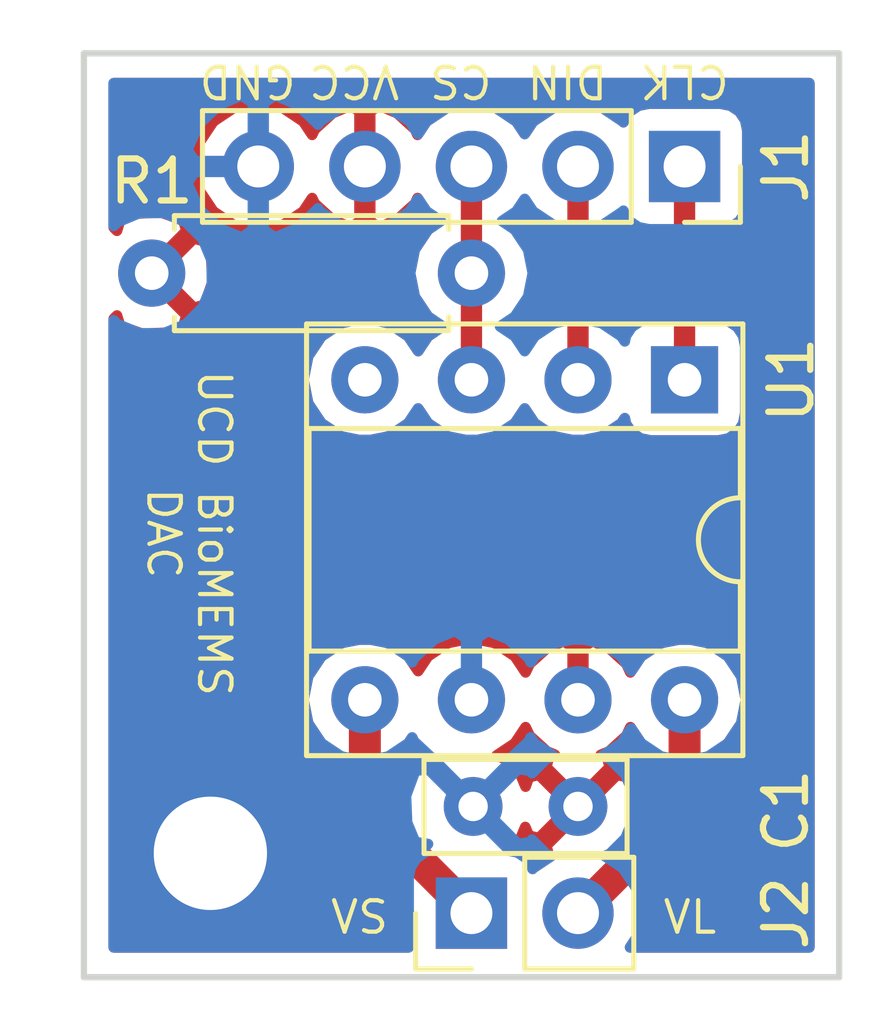
<source format=kicad_pcb>
(kicad_pcb (version 20171130) (host pcbnew "(5.0.0)")

  (general
    (thickness 1.6)
    (drawings 12)
    (tracks 8)
    (zones 0)
    (modules 6)
    (nets 9)
  )

  (page A4)
  (layers
    (0 F.Cu signal)
    (31 B.Cu signal)
    (32 B.Adhes user)
    (33 F.Adhes user)
    (34 B.Paste user)
    (35 F.Paste user)
    (36 B.SilkS user)
    (37 F.SilkS user)
    (38 B.Mask user)
    (39 F.Mask user)
    (40 Dwgs.User user)
    (41 Cmts.User user)
    (42 Eco1.User user)
    (43 Eco2.User user)
    (44 Edge.Cuts user)
    (45 Margin user)
    (46 B.CrtYd user)
    (47 F.CrtYd user)
    (48 B.Fab user)
    (49 F.Fab user hide)
  )

  (setup
    (last_trace_width 0.762)
    (user_trace_width 0.1524)
    (user_trace_width 0.254)
    (user_trace_width 0.508)
    (user_trace_width 0.762)
    (trace_clearance 0.2)
    (zone_clearance 0.508)
    (zone_45_only no)
    (trace_min 0.1524)
    (segment_width 0.2)
    (edge_width 0.15)
    (via_size 0.8)
    (via_drill 0.4)
    (via_min_size 0.4)
    (via_min_drill 0.3)
    (uvia_size 0.3)
    (uvia_drill 0.1)
    (uvias_allowed no)
    (uvia_min_size 0.2)
    (uvia_min_drill 0.1)
    (pcb_text_width 0.3)
    (pcb_text_size 1.5 1.5)
    (mod_edge_width 0.15)
    (mod_text_size 1 1)
    (mod_text_width 0.15)
    (pad_size 1.524 1.524)
    (pad_drill 0.762)
    (pad_to_mask_clearance 0.2)
    (aux_axis_origin 0 0)
    (grid_origin 153 95.254)
    (visible_elements 7FFFFFFF)
    (pcbplotparams
      (layerselection 0x010fc_ffffffff)
      (usegerberextensions false)
      (usegerberattributes false)
      (usegerberadvancedattributes false)
      (creategerberjobfile false)
      (excludeedgelayer true)
      (linewidth 0.100000)
      (plotframeref false)
      (viasonmask false)
      (mode 1)
      (useauxorigin false)
      (hpglpennumber 1)
      (hpglpenspeed 20)
      (hpglpendiameter 15.000000)
      (psnegative false)
      (psa4output false)
      (plotreference true)
      (plotvalue true)
      (plotinvisibletext false)
      (padsonsilk false)
      (subtractmaskfromsilk false)
      (outputformat 1)
      (mirror false)
      (drillshape 1)
      (scaleselection 1)
      (outputdirectory ""))
  )

  (net 0 "")
  (net 1 /VCC)
  (net 2 GNDREF)
  (net 3 /CLK)
  (net 4 /D_IN)
  (net 5 /CS)
  (net 6 /VS)
  (net 7 /VL)
  (net 8 /D_OUT)

  (net_class Default "This is the default net class."
    (clearance 0.2)
    (trace_width 0.25)
    (via_dia 0.8)
    (via_drill 0.4)
    (uvia_dia 0.3)
    (uvia_drill 0.1)
    (add_net /CLK)
    (add_net /CS)
    (add_net /D_IN)
    (add_net /D_OUT)
    (add_net /VCC)
    (add_net /VL)
    (add_net /VS)
    (add_net GNDREF)
  )

  (module Connector_PinHeader_2.54mm:PinHeader_1x02_P2.54mm_Vertical (layer F.Cu) (tedit 59FED5CC) (tstamp 5B64C25E)
    (at 144.236 115.728 90)
    (descr "Through hole straight pin header, 1x02, 2.54mm pitch, single row")
    (tags "Through hole pin header THT 1x02 2.54mm single row")
    (path /5B5FAA7F)
    (fp_text reference J2 (at 0 7.494 90) (layer F.SilkS)
      (effects (font (size 1 1) (thickness 0.15)))
    )
    (fp_text value "Output to motherboard inputs" (at 0 4.87 90) (layer F.Fab)
      (effects (font (size 1 1) (thickness 0.15)))
    )
    (fp_text user %R (at 0 1.27 180) (layer F.Fab)
      (effects (font (size 1 1) (thickness 0.15)))
    )
    (fp_line (start 1.8 -1.8) (end -1.8 -1.8) (layer F.CrtYd) (width 0.05))
    (fp_line (start 1.8 4.35) (end 1.8 -1.8) (layer F.CrtYd) (width 0.05))
    (fp_line (start -1.8 4.35) (end 1.8 4.35) (layer F.CrtYd) (width 0.05))
    (fp_line (start -1.8 -1.8) (end -1.8 4.35) (layer F.CrtYd) (width 0.05))
    (fp_line (start -1.33 -1.33) (end 0 -1.33) (layer F.SilkS) (width 0.12))
    (fp_line (start -1.33 0) (end -1.33 -1.33) (layer F.SilkS) (width 0.12))
    (fp_line (start -1.33 1.27) (end 1.33 1.27) (layer F.SilkS) (width 0.12))
    (fp_line (start 1.33 1.27) (end 1.33 3.87) (layer F.SilkS) (width 0.12))
    (fp_line (start -1.33 1.27) (end -1.33 3.87) (layer F.SilkS) (width 0.12))
    (fp_line (start -1.33 3.87) (end 1.33 3.87) (layer F.SilkS) (width 0.12))
    (fp_line (start -1.27 -0.635) (end -0.635 -1.27) (layer F.Fab) (width 0.1))
    (fp_line (start -1.27 3.81) (end -1.27 -0.635) (layer F.Fab) (width 0.1))
    (fp_line (start 1.27 3.81) (end -1.27 3.81) (layer F.Fab) (width 0.1))
    (fp_line (start 1.27 -1.27) (end 1.27 3.81) (layer F.Fab) (width 0.1))
    (fp_line (start -0.635 -1.27) (end 1.27 -1.27) (layer F.Fab) (width 0.1))
    (pad 2 thru_hole oval (at 0 2.54 90) (size 1.7 1.7) (drill 1) (layers *.Cu *.Mask)
      (net 7 /VL))
    (pad 1 thru_hole rect (at 0 0 90) (size 1.7 1.7) (drill 1) (layers *.Cu *.Mask)
      (net 6 /VS))
    (model ${KISYS3DMOD}/Connector_PinHeader_2.54mm.3dshapes/PinHeader_1x02_P2.54mm_Vertical.wrl
      (at (xyz 0 0 0))
      (scale (xyz 1 1 1))
      (rotate (xyz 0 0 0))
    )
  )

  (module Resistor_THT:R_Axial_DIN0207_L6.3mm_D2.5mm_P7.62mm_Horizontal (layer F.Cu) (tedit 5AE5139B) (tstamp 5B64CF75)
    (at 136.616 100.488)
    (descr "Resistor, Axial_DIN0207 series, Axial, Horizontal, pin pitch=7.62mm, 0.25W = 1/4W, length*diameter=6.3*2.5mm^2, http://cdn-reichelt.de/documents/datenblatt/B400/1_4W%23YAG.pdf")
    (tags "Resistor Axial_DIN0207 series Axial Horizontal pin pitch 7.62mm 0.25W = 1/4W length 6.3mm diameter 2.5mm")
    (path /5B64C673)
    (fp_text reference R1 (at 0 -2.186) (layer F.SilkS)
      (effects (font (size 1 1) (thickness 0.15)))
    )
    (fp_text value 10k (at 3.81 2.37) (layer F.Fab)
      (effects (font (size 1 1) (thickness 0.15)))
    )
    (fp_text user %R (at 3.81 0) (layer F.Fab)
      (effects (font (size 1 1) (thickness 0.15)))
    )
    (fp_line (start 8.67 -1.5) (end -1.05 -1.5) (layer F.CrtYd) (width 0.05))
    (fp_line (start 8.67 1.5) (end 8.67 -1.5) (layer F.CrtYd) (width 0.05))
    (fp_line (start -1.05 1.5) (end 8.67 1.5) (layer F.CrtYd) (width 0.05))
    (fp_line (start -1.05 -1.5) (end -1.05 1.5) (layer F.CrtYd) (width 0.05))
    (fp_line (start 7.08 1.37) (end 7.08 1.04) (layer F.SilkS) (width 0.12))
    (fp_line (start 0.54 1.37) (end 7.08 1.37) (layer F.SilkS) (width 0.12))
    (fp_line (start 0.54 1.04) (end 0.54 1.37) (layer F.SilkS) (width 0.12))
    (fp_line (start 7.08 -1.37) (end 7.08 -1.04) (layer F.SilkS) (width 0.12))
    (fp_line (start 0.54 -1.37) (end 7.08 -1.37) (layer F.SilkS) (width 0.12))
    (fp_line (start 0.54 -1.04) (end 0.54 -1.37) (layer F.SilkS) (width 0.12))
    (fp_line (start 7.62 0) (end 6.96 0) (layer F.Fab) (width 0.1))
    (fp_line (start 0 0) (end 0.66 0) (layer F.Fab) (width 0.1))
    (fp_line (start 6.96 -1.25) (end 0.66 -1.25) (layer F.Fab) (width 0.1))
    (fp_line (start 6.96 1.25) (end 6.96 -1.25) (layer F.Fab) (width 0.1))
    (fp_line (start 0.66 1.25) (end 6.96 1.25) (layer F.Fab) (width 0.1))
    (fp_line (start 0.66 -1.25) (end 0.66 1.25) (layer F.Fab) (width 0.1))
    (pad 2 thru_hole oval (at 7.62 0) (size 1.6 1.6) (drill 0.8) (layers *.Cu *.Mask)
      (net 5 /CS))
    (pad 1 thru_hole circle (at 0 0) (size 1.6 1.6) (drill 0.8) (layers *.Cu *.Mask)
      (net 1 /VCC))
    (model ${KISYS3DMOD}/Resistor_THT.3dshapes/R_Axial_DIN0207_L6.3mm_D2.5mm_P7.62mm_Horizontal.wrl
      (at (xyz 0 0 0))
      (scale (xyz 1 1 1))
      (rotate (xyz 0 0 0))
    )
  )

  (module Connector_PinSocket_2.54mm:PinSocket_1x05_P2.54mm_Vertical (layer F.Cu) (tedit 5A19A420) (tstamp 5B64EA38)
    (at 149.316 97.948 270)
    (descr "Through hole straight socket strip, 1x05, 2.54mm pitch, single row (from Kicad 4.0.7), script generated")
    (tags "Through hole socket strip THT 1x05 2.54mm single row")
    (path /5B5FB029)
    (fp_text reference J1 (at 0 -2.414 90) (layer F.SilkS)
      (effects (font (size 1 1) (thickness 0.15)))
    )
    (fp_text value Conn_01x05 (at 0 12.93 270) (layer F.Fab)
      (effects (font (size 1 1) (thickness 0.15)))
    )
    (fp_line (start -1.27 -1.27) (end 0.635 -1.27) (layer F.Fab) (width 0.1))
    (fp_line (start 0.635 -1.27) (end 1.27 -0.635) (layer F.Fab) (width 0.1))
    (fp_line (start 1.27 -0.635) (end 1.27 11.43) (layer F.Fab) (width 0.1))
    (fp_line (start 1.27 11.43) (end -1.27 11.43) (layer F.Fab) (width 0.1))
    (fp_line (start -1.27 11.43) (end -1.27 -1.27) (layer F.Fab) (width 0.1))
    (fp_line (start -1.33 1.27) (end 1.33 1.27) (layer F.SilkS) (width 0.12))
    (fp_line (start -1.33 1.27) (end -1.33 11.49) (layer F.SilkS) (width 0.12))
    (fp_line (start -1.33 11.49) (end 1.33 11.49) (layer F.SilkS) (width 0.12))
    (fp_line (start 1.33 1.27) (end 1.33 11.49) (layer F.SilkS) (width 0.12))
    (fp_line (start 1.33 -1.33) (end 1.33 0) (layer F.SilkS) (width 0.12))
    (fp_line (start 0 -1.33) (end 1.33 -1.33) (layer F.SilkS) (width 0.12))
    (fp_line (start -1.8 -1.8) (end 1.75 -1.8) (layer F.CrtYd) (width 0.05))
    (fp_line (start 1.75 -1.8) (end 1.75 11.9) (layer F.CrtYd) (width 0.05))
    (fp_line (start 1.75 11.9) (end -1.8 11.9) (layer F.CrtYd) (width 0.05))
    (fp_line (start -1.8 11.9) (end -1.8 -1.8) (layer F.CrtYd) (width 0.05))
    (fp_text user %R (at 0 5.08) (layer F.Fab)
      (effects (font (size 1 1) (thickness 0.15)))
    )
    (pad 1 thru_hole rect (at 0 0 270) (size 1.7 1.7) (drill 1) (layers *.Cu *.Mask)
      (net 3 /CLK))
    (pad 2 thru_hole oval (at 0 2.54 270) (size 1.7 1.7) (drill 1) (layers *.Cu *.Mask)
      (net 4 /D_IN))
    (pad 3 thru_hole oval (at 0 5.08 270) (size 1.7 1.7) (drill 1) (layers *.Cu *.Mask)
      (net 5 /CS))
    (pad 4 thru_hole oval (at 0 7.62 270) (size 1.7 1.7) (drill 1) (layers *.Cu *.Mask)
      (net 1 /VCC))
    (pad 5 thru_hole oval (at 0 10.16 270) (size 1.7 1.7) (drill 1) (layers *.Cu *.Mask)
      (net 2 GNDREF))
    (model ${KISYS3DMOD}/Connector_PinSocket_2.54mm.3dshapes/PinSocket_1x05_P2.54mm_Vertical.wrl
      (at (xyz 0 0 0))
      (scale (xyz 1 1 1))
      (rotate (xyz 0 0 0))
    )
  )

  (module Capacitor_THT:C_Rect_L4.6mm_W2.0mm_P2.50mm_MKS02_FKP02 (layer F.Cu) (tedit 5AE50EF0) (tstamp 5B6C2124)
    (at 146.776 113.188 180)
    (descr "C, Rect series, Radial, pin pitch=2.50mm, , length*width=4.6*2mm^2, Capacitor, http://www.wima.de/DE/WIMA_MKS_02.pdf")
    (tags "C Rect series Radial pin pitch 2.50mm  length 4.6mm width 2mm Capacitor")
    (path /5B5FB48F)
    (fp_text reference C1 (at -4.954 -0.1 270) (layer F.SilkS)
      (effects (font (size 1 1) (thickness 0.15)))
    )
    (fp_text value 0.1uF (at 1.25 2.25 180) (layer F.Fab)
      (effects (font (size 1 1) (thickness 0.15)))
    )
    (fp_text user %R (at 1.25 0 180) (layer F.Fab)
      (effects (font (size 0.92 0.92) (thickness 0.138)))
    )
    (fp_line (start 3.8 -1.25) (end -1.3 -1.25) (layer F.CrtYd) (width 0.05))
    (fp_line (start 3.8 1.25) (end 3.8 -1.25) (layer F.CrtYd) (width 0.05))
    (fp_line (start -1.3 1.25) (end 3.8 1.25) (layer F.CrtYd) (width 0.05))
    (fp_line (start -1.3 -1.25) (end -1.3 1.25) (layer F.CrtYd) (width 0.05))
    (fp_line (start 3.67 -1.12) (end 3.67 1.12) (layer F.SilkS) (width 0.12))
    (fp_line (start -1.17 -1.12) (end -1.17 1.12) (layer F.SilkS) (width 0.12))
    (fp_line (start -1.17 1.12) (end 3.67 1.12) (layer F.SilkS) (width 0.12))
    (fp_line (start -1.17 -1.12) (end 3.67 -1.12) (layer F.SilkS) (width 0.12))
    (fp_line (start 3.55 -1) (end -1.05 -1) (layer F.Fab) (width 0.1))
    (fp_line (start 3.55 1) (end 3.55 -1) (layer F.Fab) (width 0.1))
    (fp_line (start -1.05 1) (end 3.55 1) (layer F.Fab) (width 0.1))
    (fp_line (start -1.05 -1) (end -1.05 1) (layer F.Fab) (width 0.1))
    (pad 2 thru_hole circle (at 2.5 0 180) (size 1.4 1.4) (drill 0.7) (layers *.Cu *.Mask)
      (net 2 GNDREF))
    (pad 1 thru_hole circle (at 0 0 180) (size 1.4 1.4) (drill 0.7) (layers *.Cu *.Mask)
      (net 1 /VCC))
    (model ${KISYS3DMOD}/Capacitor_THT.3dshapes/C_Rect_L4.6mm_W2.0mm_P2.50mm_MKS02_FKP02.wrl
      (at (xyz 0 0 0))
      (scale (xyz 1 1 1))
      (rotate (xyz 0 0 0))
    )
  )

  (module Package_DIP:DIP-8_W7.62mm_Socket (layer F.Cu) (tedit 5A02E8C5) (tstamp 5B6C2020)
    (at 149.316 103.028 270)
    (descr "8-lead though-hole mounted DIP package, row spacing 7.62 mm (300 mils), Socket")
    (tags "THT DIP DIL PDIP 2.54mm 7.62mm 300mil Socket")
    (path /5B5FA897)
    (fp_text reference U1 (at 0 -2.54 90) (layer F.SilkS)
      (effects (font (size 1 1) (thickness 0.15)))
    )
    (fp_text value LTC1446 (at 3.81 9.95 270) (layer F.Fab)
      (effects (font (size 1 1) (thickness 0.15)))
    )
    (fp_arc (start 3.81 -1.33) (end 2.81 -1.33) (angle -180) (layer F.SilkS) (width 0.12))
    (fp_line (start 1.635 -1.27) (end 6.985 -1.27) (layer F.Fab) (width 0.1))
    (fp_line (start 6.985 -1.27) (end 6.985 8.89) (layer F.Fab) (width 0.1))
    (fp_line (start 6.985 8.89) (end 0.635 8.89) (layer F.Fab) (width 0.1))
    (fp_line (start 0.635 8.89) (end 0.635 -0.27) (layer F.Fab) (width 0.1))
    (fp_line (start 0.635 -0.27) (end 1.635 -1.27) (layer F.Fab) (width 0.1))
    (fp_line (start -1.27 -1.33) (end -1.27 8.95) (layer F.Fab) (width 0.1))
    (fp_line (start -1.27 8.95) (end 8.89 8.95) (layer F.Fab) (width 0.1))
    (fp_line (start 8.89 8.95) (end 8.89 -1.33) (layer F.Fab) (width 0.1))
    (fp_line (start 8.89 -1.33) (end -1.27 -1.33) (layer F.Fab) (width 0.1))
    (fp_line (start 2.81 -1.33) (end 1.16 -1.33) (layer F.SilkS) (width 0.12))
    (fp_line (start 1.16 -1.33) (end 1.16 8.95) (layer F.SilkS) (width 0.12))
    (fp_line (start 1.16 8.95) (end 6.46 8.95) (layer F.SilkS) (width 0.12))
    (fp_line (start 6.46 8.95) (end 6.46 -1.33) (layer F.SilkS) (width 0.12))
    (fp_line (start 6.46 -1.33) (end 4.81 -1.33) (layer F.SilkS) (width 0.12))
    (fp_line (start -1.33 -1.39) (end -1.33 9.01) (layer F.SilkS) (width 0.12))
    (fp_line (start -1.33 9.01) (end 8.95 9.01) (layer F.SilkS) (width 0.12))
    (fp_line (start 8.95 9.01) (end 8.95 -1.39) (layer F.SilkS) (width 0.12))
    (fp_line (start 8.95 -1.39) (end -1.33 -1.39) (layer F.SilkS) (width 0.12))
    (fp_line (start -1.55 -1.6) (end -1.55 9.2) (layer F.CrtYd) (width 0.05))
    (fp_line (start -1.55 9.2) (end 9.15 9.2) (layer F.CrtYd) (width 0.05))
    (fp_line (start 9.15 9.2) (end 9.15 -1.6) (layer F.CrtYd) (width 0.05))
    (fp_line (start 9.15 -1.6) (end -1.55 -1.6) (layer F.CrtYd) (width 0.05))
    (fp_text user %R (at 3.81 3.81 270) (layer F.Fab)
      (effects (font (size 1 1) (thickness 0.15)))
    )
    (pad 1 thru_hole rect (at 0 0 270) (size 1.6 1.6) (drill 0.8) (layers *.Cu *.Mask)
      (net 3 /CLK))
    (pad 5 thru_hole oval (at 7.62 7.62 270) (size 1.6 1.6) (drill 0.8) (layers *.Cu *.Mask)
      (net 6 /VS))
    (pad 2 thru_hole oval (at 0 2.54 270) (size 1.6 1.6) (drill 0.8) (layers *.Cu *.Mask)
      (net 4 /D_IN))
    (pad 6 thru_hole oval (at 7.62 5.08 270) (size 1.6 1.6) (drill 0.8) (layers *.Cu *.Mask)
      (net 2 GNDREF))
    (pad 3 thru_hole oval (at 0 5.08 270) (size 1.6 1.6) (drill 0.8) (layers *.Cu *.Mask)
      (net 5 /CS))
    (pad 7 thru_hole oval (at 7.62 2.54 270) (size 1.6 1.6) (drill 0.8) (layers *.Cu *.Mask)
      (net 1 /VCC))
    (pad 4 thru_hole oval (at 0 7.62 270) (size 1.6 1.6) (drill 0.8) (layers *.Cu *.Mask)
      (net 8 /D_OUT))
    (pad 8 thru_hole oval (at 7.62 0 270) (size 1.6 1.6) (drill 0.8) (layers *.Cu *.Mask)
      (net 7 /VL))
    (model ${KISYS3DMOD}/Package_DIP.3dshapes/DIP-8_W7.62mm_Socket.wrl
      (at (xyz 0 0 0))
      (scale (xyz 1 1 1))
      (rotate (xyz 0 0 0))
    )
  )

  (module MountingHole:MountingHole_2.7mm_M2.5 (layer F.Cu) (tedit 5B64DA6B) (tstamp 5B65B33B)
    (at 138.014 114.304)
    (descr "Mounting Hole 2.7mm, no annular, M2.5")
    (tags "mounting hole 2.7mm no annular m2.5")
    (attr virtual)
    (fp_text reference "" (at 0 -3.7) (layer F.SilkS)
      (effects (font (size 1 1) (thickness 0.15)))
    )
    (fp_text value MountingHole_2.7mm_M2.5 (at 0 3.7) (layer F.Fab)
      (effects (font (size 1 1) (thickness 0.15)))
    )
    (fp_circle (center 0 0) (end 2.95 0) (layer F.CrtYd) (width 0.05))
    (fp_circle (center 0 0) (end 2.7 0) (layer Cmts.User) (width 0.15))
    (fp_text user %R (at 0.3 0) (layer F.Fab)
      (effects (font (size 1 1) (thickness 0.15)))
    )
    (pad 1 np_thru_hole circle (at 0 0) (size 2.7 2.7) (drill 2.7) (layers *.Cu *.Mask))
  )

  (gr_text "UCD BioMEMS\nDAC" (at 137.506 106.684 270) (layer F.SilkS) (tstamp 5B64E8DF)
    (effects (font (size 0.75 0.75) (thickness 0.1)))
  )
  (gr_text GND (at 138.902 95.916 180) (layer F.SilkS) (tstamp 5B64E167)
    (effects (font (size 0.75 0.75) (thickness 0.1)))
  )
  (gr_text DIN (at 146.522 95.916 180) (layer F.SilkS) (tstamp 5B64E164)
    (effects (font (size 0.75 0.75) (thickness 0.1)))
  )
  (gr_text CLK (at 149.316 95.916 180) (layer F.SilkS) (tstamp 5B64E161)
    (effects (font (size 0.75 0.75) (thickness 0.1)))
  )
  (gr_text VCC (at 141.442 95.916 180) (layer F.SilkS) (tstamp 5B64E15E)
    (effects (font (size 0.75 0.75) (thickness 0.1)))
  )
  (gr_text CS (at 143.982 95.916 180) (layer F.SilkS) (tstamp 5B64E15B)
    (effects (font (size 0.75 0.75) (thickness 0.1)))
  )
  (gr_text VS (at 141.57 115.828) (layer F.SilkS) (tstamp 5B6C7B5C)
    (effects (font (size 0.75 0.75) (thickness 0.1)))
  )
  (gr_text VL (at 149.444 115.828) (layer F.SilkS) (tstamp 5B6C7AE7)
    (effects (font (size 0.75 0.75) (thickness 0.1)))
  )
  (gr_line (start 135 95.254) (end 135 117.254) (layer Edge.Cuts) (width 0.15))
  (gr_line (start 153 95.254) (end 135 95.254) (layer Edge.Cuts) (width 0.15))
  (gr_line (start 153 117.254) (end 153 95.254) (layer Edge.Cuts) (width 0.15))
  (gr_line (start 135 117.254) (end 153 117.254) (layer Edge.Cuts) (width 0.15))

  (segment (start 149.316 99.306) (end 149.316 103.028) (width 0.508) (layer F.Cu) (net 3))
  (segment (start 149.316 97.948) (end 149.316 99.306) (width 0.508) (layer F.Cu) (net 3))
  (segment (start 146.776 97.948) (end 146.776 103.028) (width 0.508) (layer F.Cu) (net 4))
  (segment (start 144.236 97.948) (end 144.236 103.028) (width 0.508) (layer F.Cu) (net 5))
  (segment (start 141.696 113.188) (end 141.696 110.648) (width 0.762) (layer F.Cu) (net 6))
  (segment (start 144.236 115.728) (end 141.696 113.188) (width 0.762) (layer F.Cu) (net 6))
  (segment (start 149.316 113.188) (end 149.316 110.648) (width 0.762) (layer F.Cu) (net 7))
  (segment (start 146.776 115.728) (end 149.316 113.188) (width 0.762) (layer F.Cu) (net 7))

  (zone (net 2) (net_name GNDREF) (layer B.Cu) (tstamp 5B64D710) (hatch edge 0.508)
    (connect_pads (clearance 0.508))
    (min_thickness 0.254)
    (fill yes (arc_segments 16) (thermal_gap 0.762) (thermal_bridge_width 0.508))
    (polygon
      (pts
        (xy 134 94.742) (xy 153.67 94.742) (xy 153.67 117.768) (xy 134 117.768)
      )
    )
    (filled_polygon
      (pts
        (xy 152.29 116.544) (xy 148.01676 116.544) (xy 148.174839 116.307418) (xy 148.290092 115.728) (xy 148.174839 115.148582)
        (xy 147.846625 114.657375) (xy 147.414389 114.368564) (xy 147.532217 114.319758) (xy 147.907758 113.944217) (xy 148.111 113.453548)
        (xy 148.111 112.922452) (xy 147.907758 112.431783) (xy 147.532217 112.056242) (xy 147.358832 111.984423) (xy 147.810577 111.682577)
        (xy 148.046 111.330242) (xy 148.281423 111.682577) (xy 148.756091 111.99974) (xy 149.174667 112.083) (xy 149.457333 112.083)
        (xy 149.875909 111.99974) (xy 150.350577 111.682577) (xy 150.66774 111.207909) (xy 150.779113 110.648) (xy 150.66774 110.088091)
        (xy 150.350577 109.613423) (xy 149.875909 109.29626) (xy 149.457333 109.213) (xy 149.174667 109.213) (xy 148.756091 109.29626)
        (xy 148.281423 109.613423) (xy 148.046 109.965758) (xy 147.810577 109.613423) (xy 147.335909 109.29626) (xy 146.917333 109.213)
        (xy 146.634667 109.213) (xy 146.216091 109.29626) (xy 145.741423 109.613423) (xy 145.648255 109.752858) (xy 145.605682 109.659708)
        (xy 145.123218 109.210783) (xy 144.624906 109.004384) (xy 144.363 109.186759) (xy 144.363 110.521) (xy 144.383 110.521)
        (xy 144.383 110.775) (xy 144.363 110.775) (xy 144.363 110.795) (xy 144.109 110.795) (xy 144.109 110.775)
        (xy 144.089 110.775) (xy 144.089 110.521) (xy 144.109 110.521) (xy 144.109 109.186759) (xy 143.847094 109.004384)
        (xy 143.348782 109.210783) (xy 142.866318 109.659708) (xy 142.823745 109.752858) (xy 142.730577 109.613423) (xy 142.255909 109.29626)
        (xy 141.837333 109.213) (xy 141.554667 109.213) (xy 141.136091 109.29626) (xy 140.661423 109.613423) (xy 140.34426 110.088091)
        (xy 140.232887 110.648) (xy 140.34426 111.207909) (xy 140.661423 111.682577) (xy 141.136091 111.99974) (xy 141.554667 112.083)
        (xy 141.837333 112.083) (xy 142.255909 111.99974) (xy 142.730577 111.682577) (xy 142.823745 111.543142) (xy 142.866318 111.636292)
        (xy 143.348782 112.085217) (xy 143.383653 112.09966) (xy 143.38144 112.113835) (xy 144.276 113.008395) (xy 145.17056 112.113835)
        (xy 145.160655 112.050382) (xy 145.605682 111.636292) (xy 145.648255 111.543142) (xy 145.741423 111.682577) (xy 146.193168 111.984423)
        (xy 146.019783 112.056242) (xy 145.679972 112.396053) (xy 145.657329 112.341387) (xy 145.350165 112.29344) (xy 144.455605 113.188)
        (xy 145.350165 114.08256) (xy 145.657329 114.034613) (xy 145.678167 113.978142) (xy 146.019783 114.319758) (xy 146.137611 114.368564)
        (xy 145.705375 114.657375) (xy 145.693184 114.675619) (xy 145.684157 114.630235) (xy 145.543809 114.420191) (xy 145.333765 114.279843)
        (xy 145.152104 114.243709) (xy 144.276 113.367605) (xy 144.261858 113.381748) (xy 144.082253 113.202143) (xy 144.096395 113.188)
        (xy 143.201835 112.29344) (xy 142.894671 112.341387) (xy 142.675834 112.934444) (xy 142.700607 113.566101) (xy 142.894671 114.034613)
        (xy 143.201832 114.08256) (xy 143.04235 114.242042) (xy 143.103416 114.303108) (xy 142.928191 114.420191) (xy 142.787843 114.630235)
        (xy 142.73856 114.878) (xy 142.73856 116.544) (xy 135.71 116.544) (xy 135.71 101.611396) (xy 135.803138 101.704534)
        (xy 136.330561 101.923) (xy 136.901439 101.923) (xy 137.428862 101.704534) (xy 137.832534 101.300862) (xy 138.051 100.773439)
        (xy 138.051 100.202561) (xy 137.832534 99.675138) (xy 137.428862 99.271466) (xy 136.901439 99.053) (xy 136.330561 99.053)
        (xy 135.803138 99.271466) (xy 135.71 99.364604) (xy 135.71 98.344751) (xy 137.462855 98.344751) (xy 137.743568 98.962489)
        (xy 138.239311 99.42578) (xy 138.759251 99.641136) (xy 139.029 99.459424) (xy 139.029 98.075) (xy 137.643885 98.075)
        (xy 137.462855 98.344751) (xy 135.71 98.344751) (xy 135.71 97.551249) (xy 137.462855 97.551249) (xy 137.643885 97.821)
        (xy 139.029 97.821) (xy 139.029 96.436576) (xy 139.283 96.436576) (xy 139.283 97.821) (xy 139.303 97.821)
        (xy 139.303 98.075) (xy 139.283 98.075) (xy 139.283 99.459424) (xy 139.552749 99.641136) (xy 140.072689 99.42578)
        (xy 140.568432 98.962489) (xy 140.576299 98.945177) (xy 140.625375 99.018625) (xy 141.116582 99.346839) (xy 141.549744 99.433)
        (xy 141.842256 99.433) (xy 142.275418 99.346839) (xy 142.766625 99.018625) (xy 142.966 98.720239) (xy 143.165375 99.018625)
        (xy 143.50876 99.248067) (xy 143.201423 99.453423) (xy 142.88426 99.928091) (xy 142.772887 100.488) (xy 142.88426 101.047909)
        (xy 143.201423 101.522577) (xy 143.553758 101.758) (xy 143.201423 101.993423) (xy 142.966 102.345758) (xy 142.730577 101.993423)
        (xy 142.255909 101.67626) (xy 141.837333 101.593) (xy 141.554667 101.593) (xy 141.136091 101.67626) (xy 140.661423 101.993423)
        (xy 140.34426 102.468091) (xy 140.232887 103.028) (xy 140.34426 103.587909) (xy 140.661423 104.062577) (xy 141.136091 104.37974)
        (xy 141.554667 104.463) (xy 141.837333 104.463) (xy 142.255909 104.37974) (xy 142.730577 104.062577) (xy 142.966 103.710242)
        (xy 143.201423 104.062577) (xy 143.676091 104.37974) (xy 144.094667 104.463) (xy 144.377333 104.463) (xy 144.795909 104.37974)
        (xy 145.270577 104.062577) (xy 145.506 103.710242) (xy 145.741423 104.062577) (xy 146.216091 104.37974) (xy 146.634667 104.463)
        (xy 146.917333 104.463) (xy 147.335909 104.37974) (xy 147.810577 104.062577) (xy 147.891215 103.941894) (xy 147.917843 104.075765)
        (xy 148.058191 104.285809) (xy 148.268235 104.426157) (xy 148.516 104.47544) (xy 150.116 104.47544) (xy 150.363765 104.426157)
        (xy 150.573809 104.285809) (xy 150.714157 104.075765) (xy 150.76344 103.828) (xy 150.76344 102.228) (xy 150.714157 101.980235)
        (xy 150.573809 101.770191) (xy 150.363765 101.629843) (xy 150.116 101.58056) (xy 148.516 101.58056) (xy 148.268235 101.629843)
        (xy 148.058191 101.770191) (xy 147.917843 101.980235) (xy 147.891215 102.114106) (xy 147.810577 101.993423) (xy 147.335909 101.67626)
        (xy 146.917333 101.593) (xy 146.634667 101.593) (xy 146.216091 101.67626) (xy 145.741423 101.993423) (xy 145.506 102.345758)
        (xy 145.270577 101.993423) (xy 144.918242 101.758) (xy 145.270577 101.522577) (xy 145.58774 101.047909) (xy 145.699113 100.488)
        (xy 145.58774 99.928091) (xy 145.270577 99.453423) (xy 144.96324 99.248067) (xy 145.306625 99.018625) (xy 145.506 98.720239)
        (xy 145.705375 99.018625) (xy 146.196582 99.346839) (xy 146.629744 99.433) (xy 146.922256 99.433) (xy 147.355418 99.346839)
        (xy 147.846625 99.018625) (xy 147.858816 99.000381) (xy 147.867843 99.045765) (xy 148.008191 99.255809) (xy 148.218235 99.396157)
        (xy 148.466 99.44544) (xy 150.166 99.44544) (xy 150.413765 99.396157) (xy 150.623809 99.255809) (xy 150.764157 99.045765)
        (xy 150.81344 98.798) (xy 150.81344 97.098) (xy 150.764157 96.850235) (xy 150.623809 96.640191) (xy 150.413765 96.499843)
        (xy 150.166 96.45056) (xy 148.466 96.45056) (xy 148.218235 96.499843) (xy 148.008191 96.640191) (xy 147.867843 96.850235)
        (xy 147.858816 96.895619) (xy 147.846625 96.877375) (xy 147.355418 96.549161) (xy 146.922256 96.463) (xy 146.629744 96.463)
        (xy 146.196582 96.549161) (xy 145.705375 96.877375) (xy 145.506 97.175761) (xy 145.306625 96.877375) (xy 144.815418 96.549161)
        (xy 144.382256 96.463) (xy 144.089744 96.463) (xy 143.656582 96.549161) (xy 143.165375 96.877375) (xy 142.966 97.175761)
        (xy 142.766625 96.877375) (xy 142.275418 96.549161) (xy 141.842256 96.463) (xy 141.549744 96.463) (xy 141.116582 96.549161)
        (xy 140.625375 96.877375) (xy 140.576299 96.950823) (xy 140.568432 96.933511) (xy 140.072689 96.47022) (xy 139.552749 96.254864)
        (xy 139.283 96.436576) (xy 139.029 96.436576) (xy 138.759251 96.254864) (xy 138.239311 96.47022) (xy 137.743568 96.933511)
        (xy 137.462855 97.551249) (xy 135.71 97.551249) (xy 135.71 95.964) (xy 152.290001 95.964)
      )
    )
  )
  (zone (net 1) (net_name /VCC) (layer F.Cu) (tstamp 0) (hatch edge 0.508)
    (connect_pads (clearance 0.508))
    (min_thickness 0.254)
    (fill yes (arc_segments 16) (thermal_gap 0.508) (thermal_bridge_width 0.508))
    (polygon
      (pts
        (xy 133 93.984) (xy 154.27 93.984) (xy 154.27 118.368) (xy 133 118.368)
      )
    )
    (filled_polygon
      (pts
        (xy 152.29 116.544) (xy 148.01676 116.544) (xy 148.174839 116.307418) (xy 148.290092 115.728) (xy 148.277275 115.663565)
        (xy 149.963664 113.977177) (xy 150.048495 113.920495) (xy 150.273051 113.584423) (xy 150.332 113.288065) (xy 150.332 113.288064)
        (xy 150.351904 113.188001) (xy 150.332 113.087937) (xy 150.332 111.69499) (xy 150.350577 111.682577) (xy 150.66774 111.207909)
        (xy 150.779113 110.648) (xy 150.66774 110.088091) (xy 150.350577 109.613423) (xy 149.875909 109.29626) (xy 149.457333 109.213)
        (xy 149.174667 109.213) (xy 148.756091 109.29626) (xy 148.281423 109.613423) (xy 148.025053 109.997108) (xy 147.928389 109.792866)
        (xy 147.513423 109.416959) (xy 147.125039 109.256096) (xy 146.903 109.378085) (xy 146.903 110.521) (xy 146.923 110.521)
        (xy 146.923 110.775) (xy 146.903 110.775) (xy 146.903 110.795) (xy 146.649 110.795) (xy 146.649 110.775)
        (xy 146.629 110.775) (xy 146.629 110.521) (xy 146.649 110.521) (xy 146.649 109.378085) (xy 146.426961 109.256096)
        (xy 146.038577 109.416959) (xy 145.623611 109.792866) (xy 145.526947 109.997108) (xy 145.270577 109.613423) (xy 144.795909 109.29626)
        (xy 144.377333 109.213) (xy 144.094667 109.213) (xy 143.676091 109.29626) (xy 143.201423 109.613423) (xy 142.966 109.965758)
        (xy 142.730577 109.613423) (xy 142.255909 109.29626) (xy 141.837333 109.213) (xy 141.554667 109.213) (xy 141.136091 109.29626)
        (xy 140.661423 109.613423) (xy 140.34426 110.088091) (xy 140.232887 110.648) (xy 140.34426 111.207909) (xy 140.661423 111.682577)
        (xy 140.680001 111.69499) (xy 140.68 113.087936) (xy 140.660096 113.188) (xy 140.68 113.288063) (xy 140.68 113.288064)
        (xy 140.738949 113.584422) (xy 140.963505 113.920495) (xy 141.04834 113.97718) (xy 142.73856 115.667401) (xy 142.73856 116.544)
        (xy 135.71 116.544) (xy 135.71 103.028) (xy 140.232887 103.028) (xy 140.34426 103.587909) (xy 140.661423 104.062577)
        (xy 141.136091 104.37974) (xy 141.554667 104.463) (xy 141.837333 104.463) (xy 142.255909 104.37974) (xy 142.730577 104.062577)
        (xy 142.966 103.710242) (xy 143.201423 104.062577) (xy 143.676091 104.37974) (xy 144.094667 104.463) (xy 144.377333 104.463)
        (xy 144.795909 104.37974) (xy 145.270577 104.062577) (xy 145.506 103.710242) (xy 145.741423 104.062577) (xy 146.216091 104.37974)
        (xy 146.634667 104.463) (xy 146.917333 104.463) (xy 147.335909 104.37974) (xy 147.810577 104.062577) (xy 147.891215 103.941894)
        (xy 147.917843 104.075765) (xy 148.058191 104.285809) (xy 148.268235 104.426157) (xy 148.516 104.47544) (xy 150.116 104.47544)
        (xy 150.363765 104.426157) (xy 150.573809 104.285809) (xy 150.714157 104.075765) (xy 150.76344 103.828) (xy 150.76344 102.228)
        (xy 150.714157 101.980235) (xy 150.573809 101.770191) (xy 150.363765 101.629843) (xy 150.205 101.598263) (xy 150.205 99.437682)
        (xy 150.413765 99.396157) (xy 150.623809 99.255809) (xy 150.764157 99.045765) (xy 150.81344 98.798) (xy 150.81344 97.098)
        (xy 150.764157 96.850235) (xy 150.623809 96.640191) (xy 150.413765 96.499843) (xy 150.166 96.45056) (xy 148.466 96.45056)
        (xy 148.218235 96.499843) (xy 148.008191 96.640191) (xy 147.867843 96.850235) (xy 147.858816 96.895619) (xy 147.846625 96.877375)
        (xy 147.355418 96.549161) (xy 146.922256 96.463) (xy 146.629744 96.463) (xy 146.196582 96.549161) (xy 145.705375 96.877375)
        (xy 145.506 97.175761) (xy 145.306625 96.877375) (xy 144.815418 96.549161) (xy 144.382256 96.463) (xy 144.089744 96.463)
        (xy 143.656582 96.549161) (xy 143.165375 96.877375) (xy 142.952157 97.196478) (xy 142.891183 97.066642) (xy 142.462924 96.676355)
        (xy 142.05289 96.506524) (xy 141.823 96.627845) (xy 141.823 97.821) (xy 141.843 97.821) (xy 141.843 98.075)
        (xy 141.823 98.075) (xy 141.823 99.268155) (xy 142.05289 99.389476) (xy 142.462924 99.219645) (xy 142.891183 98.829358)
        (xy 142.952157 98.699522) (xy 143.165375 99.018625) (xy 143.347 99.139983) (xy 143.347 99.356151) (xy 143.201423 99.453423)
        (xy 142.88426 99.928091) (xy 142.772887 100.488) (xy 142.88426 101.047909) (xy 143.201423 101.522577) (xy 143.347001 101.619849)
        (xy 143.347001 101.896151) (xy 143.201423 101.993423) (xy 142.966 102.345758) (xy 142.730577 101.993423) (xy 142.255909 101.67626)
        (xy 141.837333 101.593) (xy 141.554667 101.593) (xy 141.136091 101.67626) (xy 140.661423 101.993423) (xy 140.34426 102.468091)
        (xy 140.232887 103.028) (xy 135.71 103.028) (xy 135.71 101.573608) (xy 135.787861 101.495747) (xy 135.861995 101.741864)
        (xy 136.399223 101.934965) (xy 136.969454 101.907778) (xy 137.370005 101.741864) (xy 137.444139 101.495745) (xy 136.616 100.667605)
        (xy 136.601858 100.681748) (xy 136.422252 100.502142) (xy 136.436395 100.488) (xy 136.795605 100.488) (xy 137.623745 101.316139)
        (xy 137.869864 101.242005) (xy 138.062965 100.704777) (xy 138.035778 100.134546) (xy 137.869864 99.733995) (xy 137.623745 99.659861)
        (xy 136.795605 100.488) (xy 136.436395 100.488) (xy 136.422252 100.473858) (xy 136.601858 100.294252) (xy 136.616 100.308395)
        (xy 137.444139 99.480255) (xy 137.370005 99.234136) (xy 136.832777 99.041035) (xy 136.262546 99.068222) (xy 135.861995 99.234136)
        (xy 135.787861 99.480253) (xy 135.71 99.402392) (xy 135.71 97.948) (xy 137.641908 97.948) (xy 137.757161 98.527418)
        (xy 138.085375 99.018625) (xy 138.576582 99.346839) (xy 139.009744 99.433) (xy 139.302256 99.433) (xy 139.735418 99.346839)
        (xy 140.226625 99.018625) (xy 140.439843 98.699522) (xy 140.500817 98.829358) (xy 140.929076 99.219645) (xy 141.33911 99.389476)
        (xy 141.569 99.268155) (xy 141.569 98.075) (xy 141.549 98.075) (xy 141.549 97.821) (xy 141.569 97.821)
        (xy 141.569 96.627845) (xy 141.33911 96.506524) (xy 140.929076 96.676355) (xy 140.500817 97.066642) (xy 140.439843 97.196478)
        (xy 140.226625 96.877375) (xy 139.735418 96.549161) (xy 139.302256 96.463) (xy 139.009744 96.463) (xy 138.576582 96.549161)
        (xy 138.085375 96.877375) (xy 137.757161 97.368582) (xy 137.641908 97.948) (xy 135.71 97.948) (xy 135.71 95.964)
        (xy 152.290001 95.964)
      )
    )
    (filled_polygon
      (pts
        (xy 148.281423 111.682577) (xy 148.300001 111.69499) (xy 148.3 112.767159) (xy 148.100936 112.966224) (xy 148.094664 112.85056)
        (xy 147.947042 112.494169) (xy 147.711275 112.432331) (xy 146.955605 113.188) (xy 146.969748 113.202142) (xy 146.790142 113.381748)
        (xy 146.776 113.367605) (xy 146.020331 114.123275) (xy 146.082169 114.359042) (xy 146.127812 114.375112) (xy 145.705375 114.657375)
        (xy 145.693184 114.675619) (xy 145.684157 114.630235) (xy 145.543809 114.420191) (xy 145.333765 114.279843) (xy 145.115539 114.236436)
        (xy 145.407758 113.944217) (xy 145.519279 113.674983) (xy 145.604958 113.881831) (xy 145.840725 113.943669) (xy 146.596395 113.188)
        (xy 145.840725 112.432331) (xy 145.604958 112.494169) (xy 145.526225 112.717788) (xy 145.407758 112.431783) (xy 145.032217 112.056242)
        (xy 144.834139 111.974195) (xy 145.270577 111.682577) (xy 145.526947 111.298892) (xy 145.623611 111.503134) (xy 146.038577 111.879041)
        (xy 146.22686 111.957025) (xy 146.082169 112.016958) (xy 146.020331 112.252725) (xy 146.776 113.008395) (xy 147.531669 112.252725)
        (xy 147.469831 112.016958) (xy 147.313408 111.961884) (xy 147.513423 111.879041) (xy 147.928389 111.503134) (xy 148.025053 111.298892)
      )
    )
  )
)

</source>
